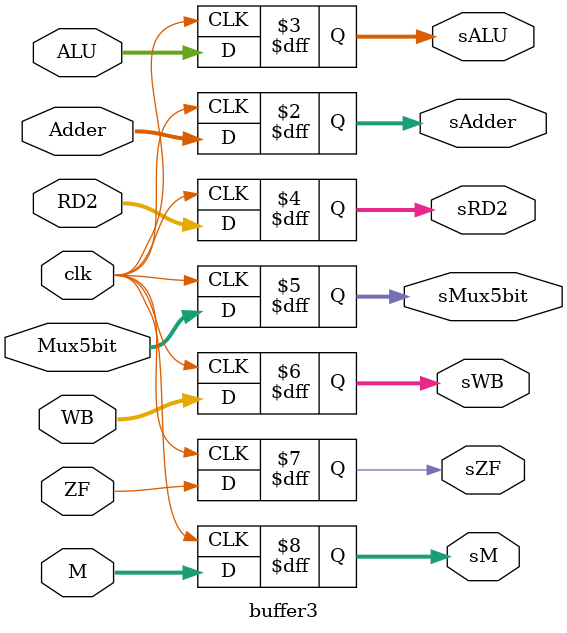
<source format=v>
`timescale 1ns/1ns 

module buffer3(
    input [31:0]Adder,
    input [31:0]ALU,
    input [31:0]RD2,
    input [4:0]Mux5bit,
    input [1:0]WB,
    input [2:0]M,
    input ZF,
    input clk,
    output reg[31:0]sAdder,
    output reg[31:0]sALU,
    output reg[31:0]sRD2,
    output reg[4:0]sMux5bit,
    output reg[1:0]sWB,
    output reg sZF,
    output reg [2:0]sM
);

//Asignacion de reg o wire
//NA

//Asignaciones, e/o instancias, y/o bloques secuenciales
always @ (posedge clk) begin
    sAdder <= Adder;
    sALU  <= ALU;
    sRD2 <= RD2;
    sMux5bit <= Mux5bit;
    sWB <= WB;
    sZF <= ZF;
    sM <= M;
end

endmodule

</source>
